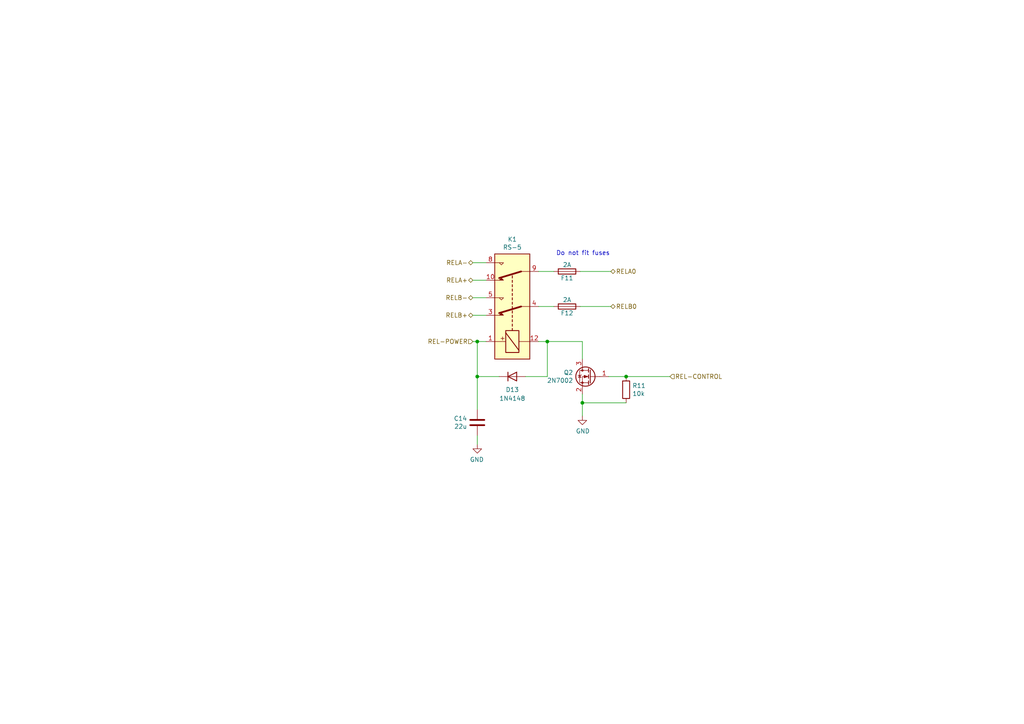
<source format=kicad_sch>
(kicad_sch (version 20211123) (generator eeschema)
  (paper "A4")
  (title_block (title "hWexla - relay") (date "2022-05-29") (company "Model Railroader Club Brno I – KMŽ Brno I – https://kmz-brno.cz/") (comment 1 "Jan Horáček") (comment 2 "https://github.com/kmzbrnoI/hwexla") (comment 3 "https://creativecommons.org/licenses/by-sa/4.0/") (comment 4 "Released under the Creative Commons Attribution-ShareAlike 4.0 License"))
  (lib_symbols
    (symbol "Device:C" (pin_numbers hide) (pin_names (offset 0.254))
      (property "Reference" "C" (at 0.635 2.54 0))
      (property "Value" "C" (at 0.635 -2.54 0))
      (symbol "C_0_1"
        (polyline (pts (xy -2.032 -0.762) (xy 2.032 -0.762)) (stroke (width 0.508)))
        (polyline (pts (xy -2.032 0.762) (xy 2.032 0.762)) (stroke (width 0.508)))
      )
      (symbol "C_1_1"
        (pin passive line (at 0 3.81 270) (length 2.794) (name "~") (number "1"))
        (pin passive line (at 0 -3.81 90) (length 2.794) (name "~") (number "2"))
      )
    )
    (symbol "Device:Fuse" (pin_numbers hide) (pin_names (offset 0))
      (property "Reference" "F" (at 2.032 0 90))
      (property "Value" "Fuse" (at -1.905 0 90))
      (symbol "Fuse_0_1"
        (rectangle (start -0.762 -2.54) (end 0.762 2.54) (stroke (width 0.254)))
        (polyline (pts (xy 0 2.54) (xy 0 -2.54)))
      )
      (symbol "Fuse_1_1"
        (pin passive line (at 0 3.81 270) (length 1.27) (name "~") (number "1"))
        (pin passive line (at 0 -3.81 90) (length 1.27) (name "~") (number "2"))
      )
    )
    (symbol "Device:R" (pin_numbers hide) (pin_names (offset 0))
      (property "Reference" "R" (at 2.032 0 90))
      (property "Value" "R" (at 0 0 90))
      (symbol "R_0_1"
        (rectangle (start -1.016 -2.54) (end 1.016 2.54) (stroke (width 0.254)))
      )
      (symbol "R_1_1"
        (pin passive line (at 0 3.81 270) (length 1.27) (name "~") (number "1"))
        (pin passive line (at 0 -3.81 90) (length 1.27) (name "~") (number "2"))
      )
    )
    (symbol "Diode:1N4148" (pin_numbers hide) (pin_names hide)
      (property "Reference" "D" (at 0 2.54 0))
      (property "Value" "1N4148" (at 0 -2.54 0))
      (symbol "1N4148_0_1"
        (polyline (pts (xy -1.27 1.27) (xy -1.27 -1.27)) (stroke (width 0.254)))
        (polyline (pts (xy 1.27 0) (xy -1.27 0)))
        (polyline (pts (xy 1.27 1.27) (xy 1.27 -1.27) (xy -1.27 0) (xy 1.27 1.27)) (stroke (width 0.254)))
      )
      (symbol "1N4148_1_1"
        (pin passive line (at -3.81 0 0) (length 2.54) (name "K") (number "1"))
        (pin passive line (at 3.81 0 180) (length 2.54) (name "A") (number "2"))
      )
    )
    (symbol "Relay:EC2-5NU"
      (property "Reference" "K" (at 15.24 8.89 0))
      (property "Value" "EC2-5NU" (at 19.05 6.35 0))
      (symbol "EC2-5NU_1_1"
        (rectangle (start -15.24 5.08) (end 15.24 -5.08) (stroke (width 0.254)) (fill (type background)))
        (rectangle (start -13.335 1.905) (end -6.985 -1.905) (stroke (width 0.254)))
        (polyline (pts (xy -12.7 -1.905) (xy -7.62 1.905)) (stroke (width 0.254)))
        (polyline (pts (xy -10.16 -5.08) (xy -10.16 -1.905)))
        (polyline (pts (xy -10.16 5.08) (xy -10.16 1.905)))
        (polyline (pts (xy -6.985 0) (xy -6.35 0)) (stroke (width 0.254)))
        (polyline (pts (xy -5.715 0) (xy -5.08 0)) (stroke (width 0.254)))
        (polyline (pts (xy -4.445 0) (xy -3.81 0)) (stroke (width 0.254)))
        (polyline (pts (xy -3.175 0) (xy -2.54 0)) (stroke (width 0.254)))
        (polyline (pts (xy -1.905 0) (xy -1.27 0)) (stroke (width 0.254)))
        (polyline (pts (xy -0.635 0) (xy 0 0)) (stroke (width 0.254)))
        (polyline (pts (xy 0 -2.54) (xy -1.905 3.81)) (stroke (width 0.508)))
        (polyline (pts (xy 0 -2.54) (xy 0 -5.08)))
        (polyline (pts (xy 0.635 0) (xy 1.27 0)) (stroke (width 0.254)))
        (polyline (pts (xy 1.905 0) (xy 2.54 0)) (stroke (width 0.254)))
        (polyline (pts (xy 3.175 0) (xy 3.81 0)) (stroke (width 0.254)))
        (polyline (pts (xy 4.445 0) (xy 5.08 0)) (stroke (width 0.254)))
        (polyline (pts (xy 5.715 0) (xy 6.35 0)) (stroke (width 0.254)))
        (polyline (pts (xy 6.985 0) (xy 7.62 0)) (stroke (width 0.254)))
        (polyline (pts (xy 8.255 0) (xy 8.89 0)) (stroke (width 0.254)))
        (polyline (pts (xy 10.16 -2.54) (xy 8.255 3.81)) (stroke (width 0.508)))
        (polyline (pts (xy 10.16 -2.54) (xy 10.16 -5.08)))
        (polyline (pts (xy -2.54 5.08) (xy -2.54 2.54) (xy -1.905 3.175) (xy -2.54 3.81)) (fill (type outline)))
        (polyline (pts (xy 2.54 5.08) (xy 2.54 2.54) (xy 1.905 3.175) (xy 2.54 3.81)))
        (polyline (pts (xy 7.62 5.08) (xy 7.62 2.54) (xy 8.255 3.175) (xy 7.62 3.81)) (fill (type outline)))
        (polyline (pts (xy 12.7 5.08) (xy 12.7 2.54) (xy 12.065 3.175) (xy 12.7 3.81)))
        (text "+" (at -9.271 2.921 0) (effects (font (size 1.27 1.27))))
        (pin passive line (at -10.16 7.62 270) (length 2.54) (name "~") (number "1"))
        (pin passive line (at 7.62 7.62 270) (length 2.54) (name "~") (number "10"))
        (pin passive line (at -10.16 -7.62 90) (length 2.54) (name "~") (number "12"))
        (pin passive line (at -2.54 7.62 270) (length 2.54) (name "~") (number "3"))
        (pin passive line (at 0 -7.62 90) (length 2.54) (name "~") (number "4"))
        (pin passive line (at 2.54 7.62 270) (length 2.54) (name "~") (number "5"))
        (pin passive line (at 12.7 7.62 270) (length 2.54) (name "~") (number "8"))
        (pin passive line (at 10.16 -7.62 90) (length 2.54) (name "~") (number "9"))
      )
    )
    (symbol "Transistor_FET:2N7002" (pin_names hide)
      (property "Reference" "Q" (at 5.08 1.905 0))
      (property "Value" "2N7002" (at 5.08 0 0))
      (symbol "2N7002_0_1"
        (polyline (pts (xy 0.254 0) (xy -2.54 0)))
        (polyline (pts (xy 0.254 1.905) (xy 0.254 -1.905)) (stroke (width 0.254)))
        (polyline (pts (xy 0.762 -1.27) (xy 0.762 -2.286)) (stroke (width 0.254)))
        (polyline (pts (xy 0.762 0.508) (xy 0.762 -0.508)) (stroke (width 0.254)))
        (polyline (pts (xy 0.762 2.286) (xy 0.762 1.27)) (stroke (width 0.254)))
        (polyline (pts (xy 2.54 2.54) (xy 2.54 1.778)))
        (polyline (pts (xy 2.54 -2.54) (xy 2.54 0) (xy 0.762 0)))
        (polyline (pts (xy 0.762 -1.778) (xy 3.302 -1.778) (xy 3.302 1.778) (xy 0.762 1.778)))
        (polyline (pts (xy 1.016 0) (xy 2.032 0.381) (xy 2.032 -0.381) (xy 1.016 0)) (fill (type outline)))
        (polyline (pts (xy 2.794 0.508) (xy 2.921 0.381) (xy 3.683 0.381) (xy 3.81 0.254)))
        (polyline (pts (xy 3.302 0.381) (xy 2.921 -0.254) (xy 3.683 -0.254) (xy 3.302 0.381)))
        (circle (center 1.651 0) (radius 2.794) (stroke (width 0.254)))
        (circle (center 2.54 -1.778) (radius 0.254) (fill (type outline)))
        (circle (center 2.54 1.778) (radius 0.254) (fill (type outline)))
      )
      (symbol "2N7002_1_1"
        (pin input line (at -5.08 0 0) (length 2.54) (name "G") (number "1"))
        (pin passive line (at 2.54 -5.08 90) (length 2.54) (name "S") (number "2"))
        (pin passive line (at 2.54 5.08 270) (length 2.54) (name "D") (number "3"))
      )
    )
    (symbol "power:GND" (power) (pin_names (offset 0))
      (property "Value" "GND" (at 0 -3.81 0))
      (symbol "GND_0_1"
        (polyline (pts (xy 0 0) (xy 0 -1.27) (xy 1.27 -1.27) (xy 0 -2.54) (xy -1.27 -1.27) (xy 0 -1.27)))
      )
      (symbol "GND_1_1"
        (pin power_in line (at 0 0 270) (length 0) hide (name "GND") (number "1"))
      )
    )
  )
  (junction (at 138.43 109.22))
  (junction (at 168.91 116.84))
  (junction (at 158.75 99.06))
  (junction (at 181.61 109.22))
  (junction (at 138.43 99.06))
  (wire (pts (xy 137.16 99.06) (xy 138.43 99.06)))
  (wire (pts (xy 158.75 109.22) (xy 158.75 99.06)))
  (wire (pts (xy 168.275 88.9) (xy 177.165 88.9)))
  (wire (pts (xy 152.4 109.22) (xy 158.75 109.22)))
  (wire (pts (xy 140.97 76.2) (xy 137.16 76.2)))
  (wire (pts (xy 158.75 99.06) (xy 168.91 99.06)))
  (wire (pts (xy 138.43 109.22) (xy 144.78 109.22)))
  (wire (pts (xy 168.91 116.84) (xy 168.91 114.3)))
  (wire (pts (xy 138.43 109.22) (xy 138.43 99.06)))
  (wire (pts (xy 168.91 99.06) (xy 168.91 104.14)))
  (wire (pts (xy 181.61 116.84) (xy 168.91 116.84)))
  (wire (pts (xy 138.43 126.365) (xy 138.43 128.905)))
  (wire (pts (xy 140.97 91.44) (xy 137.16 91.44)))
  (wire (pts (xy 138.43 99.06) (xy 140.97 99.06)))
  (wire (pts (xy 140.97 81.28) (xy 137.16 81.28)))
  (wire (pts (xy 156.21 88.9) (xy 160.655 88.9)))
  (wire (pts (xy 181.61 109.22) (xy 194.31 109.22)))
  (wire (pts (xy 168.91 120.65) (xy 168.91 116.84)))
  (wire (pts (xy 138.43 118.745) (xy 138.43 109.22)))
  (wire (pts (xy 156.21 78.74) (xy 160.655 78.74)))
  (wire (pts (xy 140.97 86.36) (xy 137.16 86.36)))
  (wire (pts (xy 168.275 78.74) (xy 177.165 78.74)))
  (wire (pts (xy 176.53 109.22) (xy 181.61 109.22)))
  (wire (pts (xy 156.21 99.06) (xy 158.75 99.06)))
  (text "Do not fit fuses" (at 161.29 74.295 0) (effects (font (size 1.27 1.27)) (justify left bottom)))
  (hierarchical_label "RELA0" (shape bidirectional) (at 177.165 78.74 0))
  (hierarchical_label "REL-POWER" (shape input) (at 137.16 99.06 180))
  (hierarchical_label "RELA-" (shape bidirectional) (at 137.16 76.2 180))
  (hierarchical_label "RELA+" (shape bidirectional) (at 137.16 81.28 180))
  (hierarchical_label "RELB0" (shape bidirectional) (at 177.165 88.9 0))
  (hierarchical_label "REL-CONTROL" (shape input) (at 194.31 109.22 0))
  (hierarchical_label "RELB+" (shape bidirectional) (at 137.16 91.44 180))
  (hierarchical_label "RELB-" (shape bidirectional) (at 137.16 86.36 180))
  (symbol (lib_id "Relay:EC2-5NU") (at 148.59 88.9 90) (unit 1)
    (property "Reference" "K1" (at 148.59 69.4182 90))
    (property "Value" "RS-5" (at 148.59 71.7296 90))
    (property "Footprint" "hwexla:HFD2" (effects hide))
    (property "Datasheet" "https://content.kemet.com/datasheets/KEM_R7002_EC2_EE2.pdf" (effects hide))
    (property "JLCPCB_IGNORE" "true" (effects hide))
  )
  (symbol (lib_id "Transistor_FET:2N7002") (at 171.45 109.22 0) (mirror y) (unit 1)
    (property "Reference" "Q2" (at 166.243 108.0516 0) (effects (justify left)))
    (property "Value" "2N7002" (at 166.243 110.363 0) (effects (justify left)))
    (property "Footprint" "Package_TO_SOT_SMD:SOT-23" (effects hide))
    (property "Datasheet" "https://www.onsemi.com/pub/Collateral/NDS7002A-D.PDF" (effects hide))
    (property "LCSC" "C8545" (effects hide))
    (property "JLCPCB_CORRECTION" "0;0;180" (effects hide))
  )
  (symbol (lib_id "power:GND") (at 168.91 120.65 0) (unit 1)
    (property "Reference" "#PWR0134" (effects hide))
    (property "Value" "GND" (at 169.037 125.0442 0))
  )
  (symbol (lib_id "Device:R") (at 181.61 113.03 0) (unit 1)
    (property "Reference" "R11" (at 183.388 111.8616 0) (effects (justify left)))
    (property "Value" "10k" (at 183.388 114.173 0) (effects (justify left)))
    (property "Footprint" "Resistor_SMD:R_0805_2012Metric_Pad1.20x1.40mm_HandSolder" (effects hide))
    (property "LCSC" "C17414" (effects hide))
  )
  (symbol (lib_id "Diode:1N4148") (at 148.59 109.22 0) (unit 1)
    (property "Reference" "D13" (at 148.59 113.03 0))
    (property "Value" "1N4148" (at 148.59 115.57 0))
    (property "Footprint" "Diode_SMD:D_0805_2012Metric_Pad1.15x1.40mm_HandSolder" (effects hide))
    (property "Datasheet" "https://assets.nexperia.com/documents/data-sheet/1N4148_1N4448.pdf" (effects hide))
    (property "LCSC" "C2128" (effects hide))
  )
  (symbol (lib_id "Device:Fuse") (at 164.465 78.74 90) (unit 1)
    (property "Reference" "F11" (at 164.465 80.645 90))
    (property "Value" "2A" (at 164.465 76.8151 90))
    (property "Footprint" "Fuse:Fuse_1206_3216Metric_Pad1.42x1.75mm_HandSolder" (effects hide))
    (property "LCSC" "C17888" (effects hide))
  )
  (symbol (lib_id "Device:Fuse") (at 164.465 88.9 90) (unit 1)
    (property "Reference" "F12" (at 164.465 90.805 90))
    (property "Value" "2A" (at 164.465 86.9751 90))
    (property "Footprint" "Fuse:Fuse_1206_3216Metric_Pad1.42x1.75mm_HandSolder" (effects hide))
    (property "LCSC" "C17888" (effects hide))
  )
  (symbol (lib_id "Device:C") (at 138.43 122.555 0) (mirror y) (unit 1)
    (property "Reference" "C14" (at 135.509 121.3866 0) (effects (justify left)))
    (property "Value" "22u" (at 135.509 123.698 0) (effects (justify left)))
    (property "Footprint" "Capacitor_SMD:C_0805_2012Metric" (effects hide))
    (property "LCSC" "C45783" (effects hide))
  )
  (symbol (lib_id "power:GND") (at 138.43 128.905 0) (mirror y) (unit 1)
    (property "Reference" "#PWR0133" (effects hide))
    (property "Value" "GND" (at 138.303 133.2992 0))
  )
)
</source>
